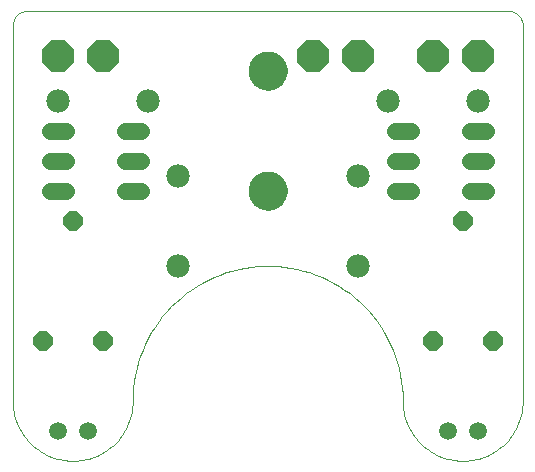
<source format=gbs>
G75*
G70*
%OFA0B0*%
%FSLAX24Y24*%
%IPPOS*%
%LPD*%
%AMOC8*
5,1,8,0,0,1.08239X$1,22.5*
%
%ADD10C,0.0000*%
%ADD11C,0.1300*%
%ADD12C,0.0560*%
%ADD13C,0.0780*%
%ADD14OC8,0.1040*%
%ADD15OC8,0.0640*%
%ADD16C,0.0591*%
D10*
X004354Y007453D02*
X004354Y019953D01*
X004356Y019997D01*
X004362Y020040D01*
X004371Y020082D01*
X004384Y020124D01*
X004401Y020164D01*
X004421Y020203D01*
X004444Y020240D01*
X004471Y020274D01*
X004500Y020307D01*
X004533Y020336D01*
X004567Y020363D01*
X004604Y020386D01*
X004643Y020406D01*
X004683Y020423D01*
X004725Y020436D01*
X004767Y020445D01*
X004810Y020451D01*
X004854Y020453D01*
X020854Y020453D01*
X020898Y020451D01*
X020941Y020445D01*
X020983Y020436D01*
X021025Y020423D01*
X021065Y020406D01*
X021104Y020386D01*
X021141Y020363D01*
X021175Y020336D01*
X021208Y020307D01*
X021237Y020274D01*
X021264Y020240D01*
X021287Y020203D01*
X021307Y020164D01*
X021324Y020124D01*
X021337Y020082D01*
X021346Y020040D01*
X021352Y019997D01*
X021354Y019953D01*
X021354Y007453D01*
X021352Y007356D01*
X021345Y007260D01*
X021333Y007164D01*
X021317Y007069D01*
X021296Y006974D01*
X021270Y006881D01*
X021241Y006789D01*
X021206Y006699D01*
X021168Y006610D01*
X021125Y006524D01*
X021078Y006439D01*
X021027Y006357D01*
X020972Y006277D01*
X020913Y006201D01*
X020851Y006127D01*
X020785Y006056D01*
X020716Y005988D01*
X020644Y005924D01*
X020568Y005864D01*
X020490Y005807D01*
X020409Y005754D01*
X020326Y005705D01*
X020240Y005660D01*
X020153Y005619D01*
X020063Y005583D01*
X019972Y005551D01*
X019879Y005523D01*
X019786Y005500D01*
X019691Y005482D01*
X019595Y005468D01*
X019499Y005458D01*
X019402Y005454D01*
X019306Y005454D01*
X019209Y005458D01*
X019113Y005468D01*
X019017Y005482D01*
X018922Y005500D01*
X018829Y005523D01*
X018736Y005551D01*
X018645Y005583D01*
X018555Y005619D01*
X018468Y005660D01*
X018382Y005705D01*
X018299Y005754D01*
X018218Y005807D01*
X018140Y005864D01*
X018064Y005924D01*
X017992Y005988D01*
X017923Y006056D01*
X017857Y006127D01*
X017795Y006201D01*
X017736Y006277D01*
X017681Y006357D01*
X017630Y006439D01*
X017583Y006524D01*
X017540Y006610D01*
X017502Y006699D01*
X017467Y006789D01*
X017438Y006881D01*
X017412Y006974D01*
X017391Y007069D01*
X017375Y007164D01*
X017363Y007260D01*
X017356Y007356D01*
X017354Y007453D01*
X017349Y007670D01*
X017333Y007887D01*
X017307Y008103D01*
X017270Y008318D01*
X017223Y008530D01*
X017166Y008740D01*
X017099Y008947D01*
X017022Y009150D01*
X016935Y009349D01*
X016839Y009544D01*
X016733Y009734D01*
X016618Y009919D01*
X016495Y010098D01*
X016363Y010271D01*
X016222Y010437D01*
X016074Y010596D01*
X015919Y010748D01*
X015756Y010892D01*
X015586Y011029D01*
X015410Y011156D01*
X015228Y011276D01*
X015041Y011386D01*
X014848Y011487D01*
X014651Y011579D01*
X014450Y011661D01*
X014245Y011733D01*
X014036Y011795D01*
X013825Y011847D01*
X013612Y011889D01*
X013396Y011920D01*
X013180Y011941D01*
X012963Y011952D01*
X012745Y011952D01*
X012528Y011941D01*
X012312Y011920D01*
X012096Y011889D01*
X011883Y011847D01*
X011672Y011795D01*
X011463Y011733D01*
X011258Y011661D01*
X011057Y011579D01*
X010860Y011487D01*
X010667Y011386D01*
X010480Y011276D01*
X010298Y011156D01*
X010122Y011029D01*
X009952Y010892D01*
X009789Y010748D01*
X009634Y010596D01*
X009486Y010437D01*
X009345Y010271D01*
X009213Y010098D01*
X009090Y009919D01*
X008975Y009734D01*
X008869Y009544D01*
X008773Y009349D01*
X008686Y009150D01*
X008609Y008947D01*
X008542Y008740D01*
X008485Y008530D01*
X008438Y008318D01*
X008401Y008103D01*
X008375Y007887D01*
X008359Y007670D01*
X008354Y007453D01*
X008352Y007356D01*
X008345Y007260D01*
X008333Y007164D01*
X008317Y007069D01*
X008296Y006974D01*
X008270Y006881D01*
X008241Y006789D01*
X008206Y006699D01*
X008168Y006610D01*
X008125Y006524D01*
X008078Y006439D01*
X008027Y006357D01*
X007972Y006277D01*
X007913Y006201D01*
X007851Y006127D01*
X007785Y006056D01*
X007716Y005988D01*
X007644Y005924D01*
X007568Y005864D01*
X007490Y005807D01*
X007409Y005754D01*
X007326Y005705D01*
X007240Y005660D01*
X007153Y005619D01*
X007063Y005583D01*
X006972Y005551D01*
X006879Y005523D01*
X006786Y005500D01*
X006691Y005482D01*
X006595Y005468D01*
X006499Y005458D01*
X006402Y005454D01*
X006306Y005454D01*
X006209Y005458D01*
X006113Y005468D01*
X006017Y005482D01*
X005922Y005500D01*
X005829Y005523D01*
X005736Y005551D01*
X005645Y005583D01*
X005555Y005619D01*
X005468Y005660D01*
X005382Y005705D01*
X005299Y005754D01*
X005218Y005807D01*
X005140Y005864D01*
X005064Y005924D01*
X004992Y005988D01*
X004923Y006056D01*
X004857Y006127D01*
X004795Y006201D01*
X004736Y006277D01*
X004681Y006357D01*
X004630Y006439D01*
X004583Y006524D01*
X004540Y006610D01*
X004502Y006699D01*
X004467Y006789D01*
X004438Y006881D01*
X004412Y006974D01*
X004391Y007069D01*
X004375Y007164D01*
X004363Y007260D01*
X004356Y007356D01*
X004354Y007453D01*
X012224Y014453D02*
X012226Y014503D01*
X012232Y014553D01*
X012242Y014602D01*
X012256Y014650D01*
X012273Y014697D01*
X012294Y014742D01*
X012319Y014786D01*
X012347Y014827D01*
X012379Y014866D01*
X012413Y014903D01*
X012450Y014937D01*
X012490Y014967D01*
X012532Y014994D01*
X012576Y015018D01*
X012622Y015039D01*
X012669Y015055D01*
X012717Y015068D01*
X012767Y015077D01*
X012816Y015082D01*
X012867Y015083D01*
X012917Y015080D01*
X012966Y015073D01*
X013015Y015062D01*
X013063Y015047D01*
X013109Y015029D01*
X013154Y015007D01*
X013197Y014981D01*
X013238Y014952D01*
X013277Y014920D01*
X013313Y014885D01*
X013345Y014847D01*
X013375Y014807D01*
X013402Y014764D01*
X013425Y014720D01*
X013444Y014674D01*
X013460Y014626D01*
X013472Y014577D01*
X013480Y014528D01*
X013484Y014478D01*
X013484Y014428D01*
X013480Y014378D01*
X013472Y014329D01*
X013460Y014280D01*
X013444Y014232D01*
X013425Y014186D01*
X013402Y014142D01*
X013375Y014099D01*
X013345Y014059D01*
X013313Y014021D01*
X013277Y013986D01*
X013238Y013954D01*
X013197Y013925D01*
X013154Y013899D01*
X013109Y013877D01*
X013063Y013859D01*
X013015Y013844D01*
X012966Y013833D01*
X012917Y013826D01*
X012867Y013823D01*
X012816Y013824D01*
X012767Y013829D01*
X012717Y013838D01*
X012669Y013851D01*
X012622Y013867D01*
X012576Y013888D01*
X012532Y013912D01*
X012490Y013939D01*
X012450Y013969D01*
X012413Y014003D01*
X012379Y014040D01*
X012347Y014079D01*
X012319Y014120D01*
X012294Y014164D01*
X012273Y014209D01*
X012256Y014256D01*
X012242Y014304D01*
X012232Y014353D01*
X012226Y014403D01*
X012224Y014453D01*
X012224Y018453D02*
X012226Y018503D01*
X012232Y018553D01*
X012242Y018602D01*
X012256Y018650D01*
X012273Y018697D01*
X012294Y018742D01*
X012319Y018786D01*
X012347Y018827D01*
X012379Y018866D01*
X012413Y018903D01*
X012450Y018937D01*
X012490Y018967D01*
X012532Y018994D01*
X012576Y019018D01*
X012622Y019039D01*
X012669Y019055D01*
X012717Y019068D01*
X012767Y019077D01*
X012816Y019082D01*
X012867Y019083D01*
X012917Y019080D01*
X012966Y019073D01*
X013015Y019062D01*
X013063Y019047D01*
X013109Y019029D01*
X013154Y019007D01*
X013197Y018981D01*
X013238Y018952D01*
X013277Y018920D01*
X013313Y018885D01*
X013345Y018847D01*
X013375Y018807D01*
X013402Y018764D01*
X013425Y018720D01*
X013444Y018674D01*
X013460Y018626D01*
X013472Y018577D01*
X013480Y018528D01*
X013484Y018478D01*
X013484Y018428D01*
X013480Y018378D01*
X013472Y018329D01*
X013460Y018280D01*
X013444Y018232D01*
X013425Y018186D01*
X013402Y018142D01*
X013375Y018099D01*
X013345Y018059D01*
X013313Y018021D01*
X013277Y017986D01*
X013238Y017954D01*
X013197Y017925D01*
X013154Y017899D01*
X013109Y017877D01*
X013063Y017859D01*
X013015Y017844D01*
X012966Y017833D01*
X012917Y017826D01*
X012867Y017823D01*
X012816Y017824D01*
X012767Y017829D01*
X012717Y017838D01*
X012669Y017851D01*
X012622Y017867D01*
X012576Y017888D01*
X012532Y017912D01*
X012490Y017939D01*
X012450Y017969D01*
X012413Y018003D01*
X012379Y018040D01*
X012347Y018079D01*
X012319Y018120D01*
X012294Y018164D01*
X012273Y018209D01*
X012256Y018256D01*
X012242Y018304D01*
X012232Y018353D01*
X012226Y018403D01*
X012224Y018453D01*
D11*
X012854Y018453D03*
X012854Y014453D03*
D12*
X008614Y014453D02*
X008094Y014453D01*
X008094Y015453D02*
X008614Y015453D01*
X008614Y016453D02*
X008094Y016453D01*
X006114Y016453D02*
X005594Y016453D01*
X005594Y015453D02*
X006114Y015453D01*
X006114Y014453D02*
X005594Y014453D01*
X017094Y014453D02*
X017614Y014453D01*
X017614Y015453D02*
X017094Y015453D01*
X017094Y016453D02*
X017614Y016453D01*
X019594Y016453D02*
X020114Y016453D01*
X020114Y015453D02*
X019594Y015453D01*
X019594Y014453D02*
X020114Y014453D01*
D13*
X019854Y017453D03*
X016854Y017453D03*
X015854Y014953D03*
X015854Y011953D03*
X009854Y011953D03*
X009854Y014953D03*
X008854Y017453D03*
X005854Y017453D03*
D14*
X005854Y018953D03*
X007354Y018953D03*
X014354Y018953D03*
X015854Y018953D03*
X018354Y018953D03*
X019854Y018953D03*
D15*
X019354Y013453D03*
X018354Y009453D03*
X020354Y009453D03*
X007354Y009453D03*
X005354Y009453D03*
X006354Y013453D03*
D16*
X005854Y006453D03*
X006854Y006453D03*
X018854Y006453D03*
X019854Y006453D03*
M02*

</source>
